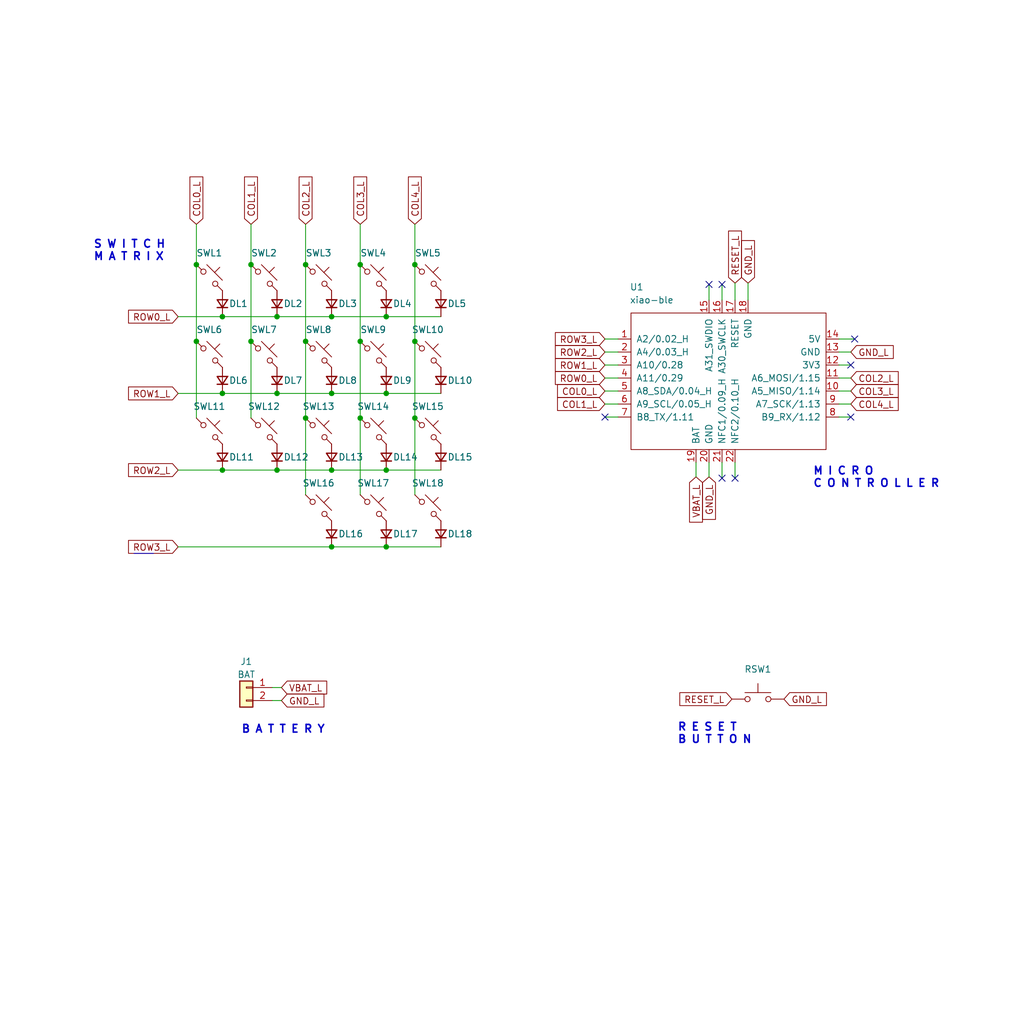
<source format=kicad_sch>
(kicad_sch (version 20230121) (generator eeschema)
  (paper "User" 200 200)
  (title_block (title "Karma Wireless Split Ergonomic Keyboard") (date "2023-04-04") (rev "0.3"))
  (lib_symbols
    (symbol "Connector_Generic:Conn_01x02" (pin_names (offset 1.016) hide)
      (property "Reference" "J" (at 0 2.54 0))
      (property "Value" "Conn_01x02" (at 0 -5.08 0))
      (symbol "Conn_01x02_1_1"
        (rectangle (start -1.27 -2.413) (end 0 -2.667) (stroke (width 0.1524)))
        (rectangle (start -1.27 0.127) (end 0 -0.127) (stroke (width 0.1524)))
        (rectangle (start -1.27 1.27) (end 1.27 -3.81) (stroke (width 0.254)) (fill (type background)))
        (pin passive line (at -5.08 0 0) (length 3.81) (name "Pin_1") (number "1"))
        (pin passive line (at -5.08 -2.54 0) (length 3.81) (name "Pin_2") (number "2"))
      )
    )
    (symbol "Device:D_Small" (pin_numbers hide) (pin_names (offset 0.254) hide)
      (property "Reference" "D" (at -1.27 2.032 0))
      (property "Value" "D_Small" (at -3.81 -2.032 0))
      (symbol "D_Small_0_1"
        (polyline (pts (xy -0.762 -1.016) (xy -0.762 1.016)) (stroke (width 0.254)))
        (polyline (pts (xy -0.762 0) (xy 0.762 0)))
        (polyline (pts (xy 0.762 -1.016) (xy -0.762 0) (xy 0.762 1.016) (xy 0.762 -1.016)) (stroke (width 0.254)))
      )
      (symbol "D_Small_1_1"
        (pin passive line (at -2.54 0 0) (length 1.778) (name "K") (number "1"))
        (pin passive line (at 2.54 0 180) (length 1.778) (name "A") (number "2"))
      )
    )
    (symbol "Switch:SW_Push" (pin_numbers hide) (pin_names (offset 1.016) hide)
      (property "Reference" "SW" (at 1.27 2.54 0))
      (property "Value" "SW_Push" (at 0 -1.524 0))
      (symbol "SW_Push_0_1"
        (circle (center -2.032 0) (radius 0.508))
        (polyline (pts (xy 0 1.27) (xy 0 3.048)))
        (polyline (pts (xy 2.54 1.27) (xy -2.54 1.27)))
        (circle (center 2.032 0) (radius 0.508))
        (pin passive line (at -5.08 0 0) (length 2.54) (name "1") (number "1"))
        (pin passive line (at 5.08 0 180) (length 2.54) (name "2") (number "2"))
      )
    )
    (symbol "Switch:SW_Push_45deg" (pin_numbers hide) (pin_names (offset 1.016) hide)
      (property "Reference" "SW" (at 3.048 1.016 0))
      (property "Value" "SW_Push_45deg" (at 0 -3.81 0))
      (symbol "SW_Push_45deg_0_1"
        (circle (center -1.1684 1.1684) (radius 0.508))
        (polyline (pts (xy -0.508 2.54) (xy 2.54 -0.508)))
        (polyline (pts (xy 1.016 1.016) (xy 2.032 2.032)))
        (polyline (pts (xy -2.54 2.54) (xy -1.524 1.524) (xy -1.524 1.524)))
        (polyline (pts (xy 1.524 -1.524) (xy 2.54 -2.54) (xy 2.54 -2.54) (xy 2.54 -2.54)))
        (circle (center 1.143 -1.1938) (radius 0.508))
        (pin passive line (at -2.54 2.54 0) (length 0) (name "1") (number "1"))
        (pin passive line (at 2.54 -2.54 180) (length 0) (name "2") (number "2"))
      )
    )
    (symbol "mcu:xiao-ble" (pin_names (offset 1.016))
      (property "Reference" "U" (at -17.78 16.51 0))
      (property "Value" "xiao-ble" (at -15.24 13.97 0))
      (symbol "xiao-ble_0_1"
        (rectangle (start -19.05 12.7) (end 19.05 -13.97))
      )
      (symbol "xiao-ble_1_1"
        (pin bidirectional line (at -21.59 7.62 0) (length 2.54) (name "A2/0.02_H") (number "1"))
        (pin bidirectional line (at 21.59 -2.54 180) (length 2.54) (name "A5_MISO/1.14") (number "10"))
        (pin bidirectional line (at 21.59 0 180) (length 2.54) (name "A6_MOSI/1.15") (number "11"))
        (pin power_out line (at 21.59 2.54 180) (length 2.54) (name "3V3") (number "12"))
        (pin power_out line (at 21.59 5.08 180) (length 2.54) (name "GND") (number "13"))
        (pin power_out line (at 21.59 7.62 180) (length 2.54) (name "5V") (number "14"))
        (pin input line (at -3.81 15.24 270) (length 2.54) (name "A31_SWDIO") (number "15"))
        (pin input line (at -1.27 15.24 270) (length 2.54) (name "A30_SWCLK") (number "16"))
        (pin input line (at 1.27 15.24 270) (length 2.54) (name "RESET") (number "17"))
        (pin power_out line (at 3.81 15.24 270) (length 2.54) (name "GND") (number "18"))
        (pin bidirectional line (at -6.35 -16.51 90) (length 2.54) (name "BAT") (number "19"))
        (pin bidirectional line (at -21.59 5.08 0) (length 2.54) (name "A4/0.03_H") (number "2"))
        (pin power_out line (at -3.81 -16.51 90) (length 2.54) (name "GND") (number "20"))
        (pin bidirectional line (at -1.27 -16.51 90) (length 2.54) (name "NFC1/0.09_H") (number "21"))
        (pin bidirectional line (at 1.27 -16.51 90) (length 2.54) (name "NFC2/0.10_H") (number "22"))
        (pin bidirectional line (at -21.59 2.54 0) (length 2.54) (name "A10/0.28") (number "3"))
        (pin bidirectional line (at -21.59 0 0) (length 2.54) (name "A11/0.29") (number "4"))
        (pin bidirectional line (at -21.59 -2.54 0) (length 2.54) (name "A8_SDA/0.04_H") (number "5"))
        (pin bidirectional line (at -21.59 -5.08 0) (length 2.54) (name "A9_SCL/0.05_H") (number "6"))
        (pin bidirectional line (at -21.59 -7.62 0) (length 2.54) (name "B8_TX/1.11") (number "7"))
        (pin bidirectional line (at 21.59 -7.62 180) (length 2.54) (name "B9_RX/1.12") (number "8"))
        (pin bidirectional line (at 21.59 -5.08 180) (length 2.54) (name "A7_SCK/1.13") (number "9"))
      )
    )
  )
  (junction (at 70.358 51.689))
  (junction (at 54.102 76.835))
  (junction (at 38.354 66.675))
  (junction (at 43.434 76.835))
  (junction (at 43.434 61.849))
  (junction (at 59.69 66.675))
  (junction (at 75.438 91.821))
  (junction (at 49.022 51.689))
  (junction (at 49.022 66.675))
  (junction (at 64.77 91.821))
  (junction (at 70.358 81.661))
  (junction (at 81.026 51.689))
  (junction (at 54.102 91.821))
  (junction (at 43.434 91.821))
  (junction (at 75.438 106.807))
  (junction (at 81.026 81.661))
  (junction (at 75.438 76.835))
  (junction (at 54.102 61.849))
  (junction (at 38.354 51.689))
  (junction (at 64.77 106.807))
  (junction (at 81.026 66.675))
  (junction (at 64.77 76.835))
  (junction (at 59.69 51.689))
  (junction (at 59.69 81.661))
  (junction (at 70.358 66.675))
  (junction (at 75.438 61.849))
  (junction (at 64.77 61.849))
  (no_connect (at 118.1608 81.4578))
  (no_connect (at 141.0208 93.3958))
  (no_connect (at 166.9288 66.2178))
  (no_connect (at 166.1668 81.4578))
  (no_connect (at 138.4808 55.5498))
  (no_connect (at 166.1668 71.2978))
  (no_connect (at 141.0208 55.5498))
  (no_connect (at 143.5608 93.3958))
  (wire (pts (xy 54.9656 134.2898) (xy 53.1876 134.2898)))
  (wire (pts (xy 138.4808 55.5498) (xy 138.4808 58.5978)))
  (wire (pts (xy 163.8808 71.2978) (xy 166.1668 71.2978)))
  (wire (pts (xy 70.358 81.661) (xy 70.358 96.647)))
  (wire (pts (xy 43.434 61.849) (xy 54.102 61.849)))
  (wire (pts (xy 59.69 51.689) (xy 59.69 66.675)))
  (wire (pts (xy 64.77 61.849) (xy 75.438 61.849)))
  (wire (pts (xy 54.102 76.835) (xy 64.77 76.835)))
  (wire (pts (xy 75.438 61.849) (xy 86.106 61.849)))
  (wire (pts (xy 163.8808 78.9178) (xy 166.1668 78.9178)))
  (wire (pts (xy 118.1608 73.8378) (xy 120.7008 73.8378)))
  (wire (pts (xy 138.4808 90.3478) (xy 138.4808 93.1418)))
  (wire (pts (xy 38.354 43.815) (xy 38.354 51.689)))
  (wire (pts (xy 75.438 91.821) (xy 86.106 91.821)))
  (wire (pts (xy 118.1608 68.7578) (xy 120.7008 68.7578)))
  (wire (pts (xy 81.026 66.675) (xy 81.026 81.661)))
  (wire (pts (xy 64.77 76.835) (xy 75.438 76.835)))
  (wire (pts (xy 118.1608 78.9178) (xy 120.7008 78.9178)))
  (wire (pts (xy 118.1608 71.2978) (xy 120.7008 71.2978)))
  (wire (pts (xy 75.438 106.807) (xy 86.106 106.807)))
  (wire (pts (xy 59.69 66.675) (xy 59.69 81.661)))
  (polyline (pts (xy 26.162 108.077) (xy 29.972 108.077)))
  (wire (pts (xy 49.022 43.815) (xy 49.022 51.689)))
  (wire (pts (xy 53.1876 136.8298) (xy 54.9656 136.8298)))
  (wire (pts (xy 38.354 51.689) (xy 38.354 66.675)))
  (wire (pts (xy 163.8808 76.3778) (xy 166.1668 76.3778)))
  (wire (pts (xy 143.5608 90.3478) (xy 143.5608 93.3958)))
  (wire (pts (xy 70.358 51.689) (xy 70.358 66.675)))
  (wire (pts (xy 54.102 61.849) (xy 64.77 61.849)))
  (wire (pts (xy 54.102 91.821) (xy 64.77 91.821)))
  (wire (pts (xy 143.5608 55.2958) (xy 143.5608 58.5978)))
  (wire (pts (xy 141.0208 90.3478) (xy 141.0208 93.3958)))
  (wire (pts (xy 70.358 43.815) (xy 70.358 51.689)))
  (wire (pts (xy 34.798 61.849) (xy 43.434 61.849)))
  (wire (pts (xy 43.434 76.835) (xy 54.102 76.835)))
  (wire (pts (xy 141.0208 55.5498) (xy 141.0208 58.5978)))
  (wire (pts (xy 146.1008 55.2958) (xy 146.1008 58.5978)))
  (wire (pts (xy 34.798 76.835) (xy 43.434 76.835)))
  (wire (pts (xy 81.026 81.661) (xy 81.026 96.647)))
  (wire (pts (xy 64.77 106.807) (xy 75.438 106.807)))
  (wire (pts (xy 163.8808 68.7578) (xy 166.1668 68.7578)))
  (wire (pts (xy 34.798 106.807) (xy 64.77 106.807)))
  (wire (pts (xy 34.798 91.821) (xy 43.434 91.821)))
  (wire (pts (xy 43.434 91.821) (xy 54.102 91.821)))
  (wire (pts (xy 163.8808 66.2178) (xy 166.9288 66.2178)))
  (wire (pts (xy 118.1608 81.4578) (xy 120.7008 81.4578)))
  (wire (pts (xy 38.354 66.675) (xy 38.354 81.661)))
  (wire (pts (xy 75.438 76.835) (xy 86.106 76.835)))
  (wire (pts (xy 70.358 66.675) (xy 70.358 81.661)))
  (wire (pts (xy 59.69 81.661) (xy 59.69 96.647)))
  (wire (pts (xy 135.9408 90.3478) (xy 135.9408 93.1418)))
  (wire (pts (xy 49.022 51.689) (xy 49.022 66.675)))
  (wire (pts (xy 81.026 51.689) (xy 81.026 66.675)))
  (wire (pts (xy 163.8808 73.8378) (xy 166.1668 73.8378)))
  (wire (pts (xy 59.69 43.815) (xy 59.69 51.689)))
  (wire (pts (xy 118.1608 76.3778) (xy 120.7008 76.3778)))
  (wire (pts (xy 81.026 43.815) (xy 81.026 51.689)))
  (wire (pts (xy 118.1608 66.2178) (xy 120.7008 66.2178)))
  (wire (pts (xy 163.8808 81.4578) (xy 166.1668 81.4578)))
  (wire (pts (xy 64.77 91.821) (xy 75.438 91.821)))
  (wire (pts (xy 49.022 66.675) (xy 49.022 81.661)))
  (text "S W I T C H\nM A T R I X" (at 18.2118 51.1302 0) (effects (font (size 1.5 1.5) (thickness 0.3) bold) (justify left bottom)))
  (text "B A T T E R Y" (at 47.0916 143.4338 0) (effects (font (size 1.5 1.5) (thickness 0.3) bold) (justify left bottom)))
  (text "M I C R O \nC O N T R O L L E R" (at 158.75 95.4278 0) (effects (font (size 1.5 1.5) (thickness 0.3) bold) (justify left bottom)))
  (text "R E S E T \nB U T T O N" (at 132.2832 145.4404 0) (effects (font (size 1.5 1.5) (thickness 0.3) bold) (justify left bottom)))
  (global_label "GND_L" (shape input) (at 146.1008 55.2958 90) (property "Intersheetrefs" "${INTERSHEET_REFS}" (effects hide)))
  (global_label "VBAT_L" (shape input) (at 54.9656 134.2898 0) (property "Intersheetrefs" "${INTERSHEET_REFS}" (effects hide)))
  (global_label "COL4_L" (shape input) (at 166.1668 78.9178 0) (property "Intersheetrefs" "${INTERSHEET_REFS}" (effects hide)))
  (global_label "COL0_L" (shape input) (at 38.354 43.815 90) (property "Intersheetrefs" "${INTERSHEET_REFS}" (effects hide)))
  (global_label "COL0_L" (shape input) (at 118.1608 76.3778 180) (property "Intersheetrefs" "${INTERSHEET_REFS}" (effects hide)))
  (global_label "GND_L" (shape input) (at 166.1668 68.7578 0) (property "Intersheetrefs" "${INTERSHEET_REFS}" (effects hide)))
  (global_label "ROW1_L" (shape input) (at 118.1608 71.2978 180) (property "Intersheetrefs" "${INTERSHEET_REFS}" (effects hide)))
  (global_label "ROW2_L" (shape input) (at 118.1608 68.7578 180) (property "Intersheetrefs" "${INTERSHEET_REFS}" (effects hide)))
  (global_label "ROW0_L" (shape input) (at 118.1608 73.8378 180) (property "Intersheetrefs" "${INTERSHEET_REFS}" (effects hide)))
  (global_label "GND_L" (shape input) (at 153.1112 136.5504 0) (property "Intersheetrefs" "${INTERSHEET_REFS}" (effects hide)))
  (global_label "VBAT_L" (shape input) (at 135.9408 93.1418 270) (property "Intersheetrefs" "${INTERSHEET_REFS}" (effects hide)))
  (global_label "COL3_L" (shape input) (at 70.358 43.815 90) (property "Intersheetrefs" "${INTERSHEET_REFS}" (effects hide)))
  (global_label "COL3_L" (shape input) (at 166.1668 76.3778 0) (property "Intersheetrefs" "${INTERSHEET_REFS}" (effects hide)))
  (global_label "ROW0_L" (shape input) (at 34.798 61.849 180) (property "Intersheetrefs" "${INTERSHEET_REFS}" (effects hide)))
  (global_label "COL1_L" (shape input) (at 118.1608 78.9178 180) (property "Intersheetrefs" "${INTERSHEET_REFS}" (effects hide)))
  (global_label "ROW3_L" (shape input) (at 34.798 106.807 180) (property "Intersheetrefs" "${INTERSHEET_REFS}" (effects hide)))
  (global_label "GND_L" (shape input) (at 138.4808 93.1418 270) (property "Intersheetrefs" "${INTERSHEET_REFS}" (effects hide)))
  (global_label "GND_L" (shape input) (at 54.9656 136.8298 0) (property "Intersheetrefs" "${INTERSHEET_REFS}" (effects hide)))
  (global_label "ROW1_L" (shape input) (at 34.798 76.835 180) (property "Intersheetrefs" "${INTERSHEET_REFS}" (effects hide)))
  (global_label "ROW3_L" (shape input) (at 118.1608 66.2178 180) (property "Intersheetrefs" "${INTERSHEET_REFS}" (effects hide)))
  (global_label "RESET_L" (shape input) (at 142.9512 136.5504 180) (property "Intersheetrefs" "${INTERSHEET_REFS}" (effects hide)))
  (global_label "COL2_L" (shape input) (at 59.69 43.815 90) (property "Intersheetrefs" "${INTERSHEET_REFS}" (effects hide)))
  (global_label "RESET_L" (shape input) (at 143.5608 55.2958 90) (property "Intersheetrefs" "${INTERSHEET_REFS}" (effects hide)))
  (global_label "COL2_L" (shape input) (at 166.1668 73.8378 0) (property "Intersheetrefs" "${INTERSHEET_REFS}" (effects hide)))
  (global_label "ROW2_L" (shape input) (at 34.798 91.821 180) (property "Intersheetrefs" "${INTERSHEET_REFS}" (effects hide)))
  (global_label "COL1_L" (shape input) (at 49.022 43.815 90) (property "Intersheetrefs" "${INTERSHEET_REFS}" (effects hide)))
  (global_label "COL4_L" (shape input) (at 81.026 43.815 90) (property "Intersheetrefs" "${INTERSHEET_REFS}" (effects hide)))
  (symbol (lib_id "Switch:SW_Push_45deg") (at 62.23 99.187 0) (unit 1)
    (property "Reference" "SWL16" (at 62.23 94.361 0))
    (property "Value" "SW_Push_45deg" (effects hide))
    (property "Footprint" "karmalib:Kailh_Socket_PG1350_Optional" (effects hide))
  )
  (symbol (lib_id "Connector_Generic:Conn_01x02") (at 48.1076 134.2898 0) (mirror y) (unit 1)
    (property "Reference" "J1" (at 48.1076 129.2098 0))
    (property "Value" "BAT" (at 48.1076 131.7498 0))
    (property "Footprint" "Connector_JST:JST_PH_S2B-PH-SM4-TB_1x02-1MP_P2.00mm_Horizontal" (effects hide))
  )
  (symbol (lib_id "Switch:SW_Push_45deg") (at 72.898 69.215 0) (unit 1)
    (property "Reference" "SWL9" (at 72.898 64.389 0))
    (property "Value" "SW_Push_45deg" (effects hide))
    (property "Footprint" "karmalib:Kailh_Socket_PG1350_Optional" (effects hide))
  )
  (symbol (lib_id "Device:D_Small") (at 86.106 104.267 90) (unit 1)
    (property "Reference" "DL18" (at 87.376 104.267 90) (effects (justify right)))
    (property "Value" "D_Small" (effects hide))
    (property "Footprint" "karmalib:Diode_SOD123" (effects hide))
  )
  (symbol (lib_id "Device:D_Small") (at 43.434 74.295 90) (unit 1)
    (property "Reference" "DL6" (at 44.704 74.295 90) (effects (justify right)))
    (property "Value" "D_Small" (effects hide))
    (property "Footprint" "karmalib:Diode_SOD123" (effects hide))
  )
  (symbol (lib_id "Device:D_Small") (at 75.438 74.295 90) (unit 1)
    (property "Reference" "DL9" (at 76.708 74.295 90) (effects (justify right)))
    (property "Value" "D_Small" (effects hide))
    (property "Footprint" "karmalib:Diode_SOD123" (effects hide))
  )
  (symbol (lib_id "Switch:SW_Push") (at 148.0312 136.5504 0) (unit 1)
    (property "Reference" "RSW1" (at 148.0312 130.7084 0))
    (property "Value" "SW_Push" (effects hide))
    (property "Footprint" "karmalib:SKHLLCA010" (effects hide))
  )
  (symbol (lib_id "Switch:SW_Push_45deg") (at 83.566 54.229 0) (unit 1)
    (property "Reference" "SWL5" (at 83.566 49.403 0))
    (property "Value" "SW_Push_45deg" (effects hide))
    (property "Footprint" "karmalib:Kailh_Socket_PG1350_Optional" (effects hide))
  )
  (symbol (lib_id "Switch:SW_Push_45deg") (at 51.562 69.215 0) (unit 1)
    (property "Reference" "SWL7" (at 51.562 64.389 0))
    (property "Value" "SW_Push_45deg" (effects hide))
    (property "Footprint" "karmalib:Kailh_Socket_PG1350_Optional" (effects hide))
  )
  (symbol (lib_id "Switch:SW_Push_45deg") (at 40.894 84.201 0) (unit 1)
    (property "Reference" "SWL11" (at 40.894 79.375 0))
    (property "Value" "SW_Push_45deg" (effects hide))
    (property "Footprint" "karmalib:Kailh_Socket_PG1350_Optional" (effects hide))
  )
  (symbol (lib_id "Device:D_Small") (at 86.106 89.281 90) (unit 1)
    (property "Reference" "DL15" (at 87.376 89.281 90) (effects (justify right)))
    (property "Value" "D_Small" (effects hide))
    (property "Footprint" "karmalib:Diode_SOD123" (effects hide))
  )
  (symbol (lib_id "Switch:SW_Push_45deg") (at 83.566 69.215 0) (unit 1)
    (property "Reference" "SWL10" (at 83.566 64.389 0))
    (property "Value" "SW_Push_45deg" (effects hide))
    (property "Footprint" "karmalib:Kailh_Socket_PG1350_Optional" (effects hide))
  )
  (symbol (lib_id "Switch:SW_Push_45deg") (at 62.23 54.229 0) (unit 1)
    (property "Reference" "SWL3" (at 62.23 49.403 0))
    (property "Value" "SW_Push_45deg" (effects hide))
    (property "Footprint" "karmalib:Kailh_Socket_PG1350_Optional" (effects hide))
  )
  (symbol (lib_id "Switch:SW_Push_45deg") (at 72.898 84.201 0) (unit 1)
    (property "Reference" "SWL14" (at 72.898 79.375 0))
    (property "Value" "SW_Push_45deg" (effects hide))
    (property "Footprint" "karmalib:Kailh_Socket_PG1350_Optional" (effects hide))
  )
  (symbol (lib_id "Device:D_Small") (at 43.434 89.281 90) (unit 1)
    (property "Reference" "DL11" (at 44.704 89.281 90) (effects (justify right)))
    (property "Value" "D_Small" (effects hide))
    (property "Footprint" "karmalib:Diode_SOD123" (effects hide))
  )
  (symbol (lib_id "Switch:SW_Push_45deg") (at 62.23 69.215 0) (unit 1)
    (property "Reference" "SWL8" (at 62.23 64.389 0))
    (property "Value" "SW_Push_45deg" (effects hide))
    (property "Footprint" "karmalib:Kailh_Socket_PG1350_Optional" (effects hide))
  )
  (symbol (lib_id "Switch:SW_Push_45deg") (at 62.23 84.201 0) (unit 1)
    (property "Reference" "SWL13" (at 62.23 79.375 0))
    (property "Value" "SW_Push_45deg" (effects hide))
    (property "Footprint" "karmalib:Kailh_Socket_PG1350_Optional" (effects hide))
  )
  (symbol (lib_id "Device:D_Small") (at 64.77 104.267 90) (unit 1)
    (property "Reference" "DL16" (at 66.04 104.267 90) (effects (justify right)))
    (property "Value" "D_Small" (effects hide))
    (property "Footprint" "karmalib:Diode_SOD123" (effects hide))
  )
  (symbol (lib_id "Device:D_Small") (at 64.77 74.295 90) (unit 1)
    (property "Reference" "DL8" (at 66.04 74.295 90) (effects (justify right)))
    (property "Value" "D_Small" (effects hide))
    (property "Footprint" "karmalib:Diode_SOD123" (effects hide))
  )
  (symbol (lib_id "Device:D_Small") (at 75.438 59.309 90) (unit 1)
    (property "Reference" "DL4" (at 76.708 59.309 90) (effects (justify right)))
    (property "Value" "D_Small" (effects hide))
    (property "Footprint" "karmalib:Diode_SOD123" (effects hide))
  )
  (symbol (lib_id "Switch:SW_Push_45deg") (at 83.566 99.187 0) (unit 1)
    (property "Reference" "SWL18" (at 83.566 94.361 0))
    (property "Value" "SW_Push_45deg" (effects hide))
    (property "Footprint" "karmalib:Kailh_Socket_PG1350_Optional" (effects hide))
  )
  (symbol (lib_id "Switch:SW_Push_45deg") (at 40.894 69.215 0) (unit 1)
    (property "Reference" "SWL6" (at 40.894 64.389 0))
    (property "Value" "SW_Push_45deg" (effects hide))
    (property "Footprint" "karmalib:Kailh_Socket_PG1350_Optional" (effects hide))
  )
  (symbol (lib_id "Switch:SW_Push_45deg") (at 51.562 84.201 0) (unit 1)
    (property "Reference" "SWL12" (at 51.562 79.375 0))
    (property "Value" "SW_Push_45deg" (effects hide))
    (property "Footprint" "karmalib:Kailh_Socket_PG1350_Optional" (effects hide))
  )
  (symbol (lib_id "Switch:SW_Push_45deg") (at 51.562 54.229 0) (unit 1)
    (property "Reference" "SWL2" (at 51.562 49.403 0))
    (property "Value" "SW_Push_45deg" (effects hide))
    (property "Footprint" "karmalib:Kailh_Socket_PG1350_Optional" (effects hide))
  )
  (symbol (lib_id "Switch:SW_Push_45deg") (at 40.894 54.229 0) (unit 1)
    (property "Reference" "SWL1" (at 40.894 49.403 0))
    (property "Value" "SW_Push_45deg" (effects hide))
    (property "Footprint" "karmalib:Kailh_Socket_PG1350_Optional" (effects hide))
  )
  (symbol (lib_id "Switch:SW_Push_45deg") (at 72.898 54.229 0) (unit 1)
    (property "Reference" "SWL4" (at 72.898 49.403 0))
    (property "Value" "SW_Push_45deg" (effects hide))
    (property "Footprint" "karmalib:Kailh_Socket_PG1350_Optional" (effects hide))
  )
  (symbol (lib_id "Device:D_Small") (at 54.102 59.309 90) (unit 1)
    (property "Reference" "DL2" (at 55.372 59.309 90) (effects (justify right)))
    (property "Value" "D_Small" (effects hide))
    (property "Footprint" "karmalib:Diode_SOD123" (effects hide))
  )
  (symbol (lib_id "Device:D_Small") (at 64.77 59.309 90) (unit 1)
    (property "Reference" "DL3" (at 66.04 59.309 90) (effects (justify right)))
    (property "Value" "D_Small" (effects hide))
    (property "Footprint" "karmalib:Diode_SOD123" (effects hide))
  )
  (symbol (lib_id "mcu:xiao-ble") (at 142.2908 73.8378 0) (unit 1)
    (property "Reference" "U1" (at 122.9868 56.0578 0) (effects (justify left)))
    (property "Value" "xiao-ble" (at 122.9868 58.5978 0) (effects (justify left)))
    (property "Footprint" "karmalib:XIAO_nRF52840_SMD_Cutout" (effects hide))
  )
  (symbol (lib_id "Device:D_Small") (at 43.434 59.309 90) (unit 1)
    (property "Reference" "DL1" (at 44.704 59.309 90) (effects (justify right)))
    (property "Value" "D_Small" (effects hide))
    (property "Footprint" "karmalib:Diode_SOD123" (effects hide))
  )
  (symbol (lib_id "Device:D_Small") (at 54.102 89.281 90) (unit 1)
    (property "Reference" "DL12" (at 55.372 89.281 90) (effects (justify right)))
    (property "Value" "D_Small" (effects hide))
    (property "Footprint" "karmalib:Diode_SOD123" (effects hide))
  )
  (symbol (lib_id "Switch:SW_Push_45deg") (at 72.898 99.187 0) (unit 1)
    (property "Reference" "SWL17" (at 72.898 94.361 0))
    (property "Value" "SW_Push_45deg" (effects hide))
    (property "Footprint" "karmalib:Kailh_Socket_PG1350_Optional" (effects hide))
  )
  (symbol (lib_id "Device:D_Small") (at 75.438 104.267 90) (unit 1)
    (property "Reference" "DL17" (at 76.708 104.267 90) (effects (justify right)))
    (property "Value" "D_Small" (effects hide))
    (property "Footprint" "karmalib:Diode_SOD123" (effects hide))
  )
  (symbol (lib_id "Device:D_Small") (at 54.102 74.295 90) (unit 1)
    (property "Reference" "DL7" (at 55.372 74.295 90) (effects (justify right)))
    (property "Value" "D_Small" (effects hide))
    (property "Footprint" "karmalib:Diode_SOD123" (effects hide))
  )
  (symbol (lib_id "Device:D_Small") (at 75.438 89.281 90) (unit 1)
    (property "Reference" "DL14" (at 76.708 89.281 90) (effects (justify right)))
    (property "Value" "D_Small" (effects hide))
    (property "Footprint" "karmalib:Diode_SOD123" (effects hide))
  )
  (symbol (lib_id "Device:D_Small") (at 86.106 74.295 90) (unit 1)
    (property "Reference" "DL10" (at 87.376 74.295 90) (effects (justify right)))
    (property "Value" "D_Small" (effects hide))
    (property "Footprint" "karmalib:Diode_SOD123" (effects hide))
  )
  (symbol (lib_id "Device:D_Small") (at 86.106 59.309 90) (unit 1)
    (property "Reference" "DL5" (at 87.376 59.309 90) (effects (justify right)))
    (property "Value" "D_Small" (effects hide))
    (property "Footprint" "karmalib:Diode_SOD123" (effects hide))
  )
  (symbol (lib_id "Switch:SW_Push_45deg") (at 83.566 84.201 0) (unit 1)
    (property "Reference" "SWL15" (at 83.566 79.375 0))
    (property "Value" "SW_Push_45deg" (effects hide))
    (property "Footprint" "karmalib:Kailh_Socket_PG1350_Optional" (effects hide))
  )
  (symbol (lib_id "Device:D_Small") (at 64.77 89.281 90) (unit 1)
    (property "Reference" "DL13" (at 66.04 89.281 90) (effects (justify right)))
    (property "Value" "D_Small" (effects hide))
    (property "Footprint" "karmalib:Diode_SOD123" (effects hide))
  )
)
</source>
